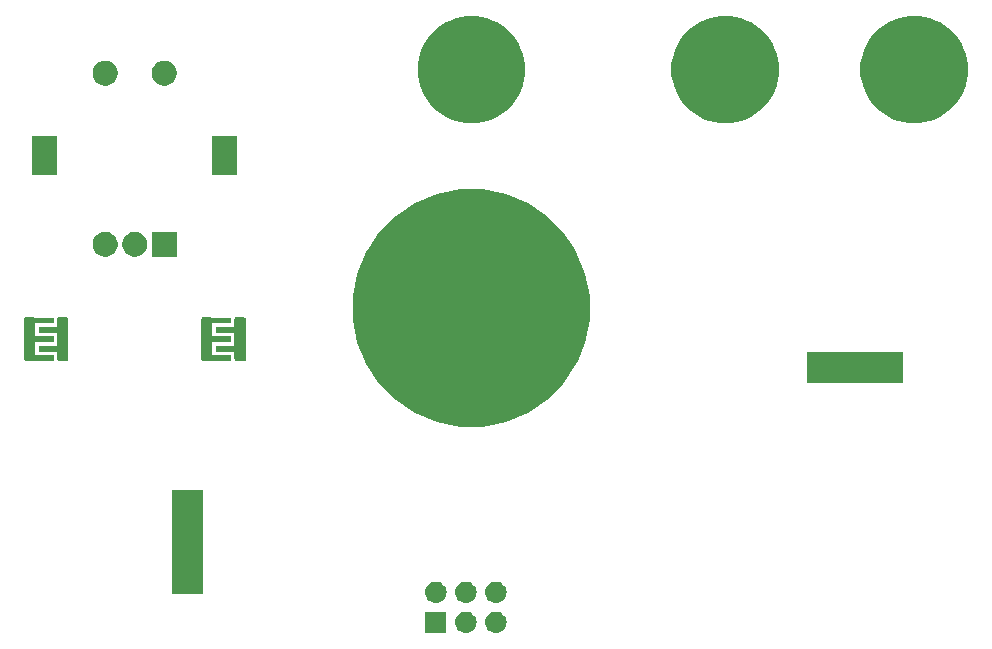
<source format=gbr>
G04 #@! TF.GenerationSoftware,KiCad,Pcbnew,5.1.2+dfsg1-1*
G04 #@! TF.CreationDate,2019-07-24T11:20:43+08:00*
G04 #@! TF.ProjectId,Power_Source,506f7765-725f-4536-9f75-7263652e6b69,rev?*
G04 #@! TF.SameCoordinates,Original*
G04 #@! TF.FileFunction,Soldermask,Bot*
G04 #@! TF.FilePolarity,Negative*
%FSLAX46Y46*%
G04 Gerber Fmt 4.6, Leading zero omitted, Abs format (unit mm)*
G04 Created by KiCad (PCBNEW 5.1.2+dfsg1-1) date 2019-07-24 11:20:43*
%MOMM*%
%LPD*%
G04 APERTURE LIST*
%ADD10C,0.100000*%
G04 APERTURE END LIST*
D10*
G36*
X126880000Y-97060000D02*
G01*
X129280000Y-97060000D01*
X129280000Y-96660000D01*
X126880000Y-96660000D01*
X126880000Y-97060000D01*
G37*
X126880000Y-97060000D02*
X129280000Y-97060000D01*
X129280000Y-96660000D01*
X126880000Y-96660000D01*
X126880000Y-97060000D01*
G36*
X128080000Y-97860000D02*
G01*
X130480000Y-97860000D01*
X130480000Y-97460000D01*
X128080000Y-97460000D01*
X128080000Y-97860000D01*
G37*
X128080000Y-97860000D02*
X130480000Y-97860000D01*
X130480000Y-97460000D01*
X128080000Y-97460000D01*
X128080000Y-97860000D01*
G36*
X126880000Y-98660000D02*
G01*
X129280000Y-98660000D01*
X129280000Y-98260000D01*
X126880000Y-98260000D01*
X126880000Y-98660000D01*
G37*
X126880000Y-98660000D02*
X129280000Y-98660000D01*
X129280000Y-98260000D01*
X126880000Y-98260000D01*
X126880000Y-98660000D01*
G36*
X128080000Y-99460000D02*
G01*
X130480000Y-99460000D01*
X130480000Y-99060000D01*
X128080000Y-99060000D01*
X128080000Y-99460000D01*
G37*
X128080000Y-99460000D02*
X130480000Y-99460000D01*
X130480000Y-99060000D01*
X128080000Y-99060000D01*
X128080000Y-99460000D01*
G36*
X126880000Y-100260000D02*
G01*
X129280000Y-100260000D01*
X129280000Y-99860000D01*
X126880000Y-99860000D01*
X126880000Y-100260000D01*
G37*
X126880000Y-100260000D02*
X129280000Y-100260000D01*
X129280000Y-99860000D01*
X126880000Y-99860000D01*
X126880000Y-100260000D01*
G36*
X130480000Y-100260000D02*
G01*
X130480000Y-96660000D01*
X129680000Y-96660000D01*
X129680000Y-100260000D01*
X130480000Y-100260000D01*
G37*
X130480000Y-100260000D02*
X130480000Y-96660000D01*
X129680000Y-96660000D01*
X129680000Y-100260000D01*
X130480000Y-100260000D01*
G36*
X126880000Y-100260000D02*
G01*
X126880000Y-96660000D01*
X127680000Y-96660000D01*
X127680000Y-100260000D01*
X126880000Y-100260000D01*
G37*
X126880000Y-100260000D02*
X126880000Y-96660000D01*
X127680000Y-96660000D01*
X127680000Y-100260000D01*
X126880000Y-100260000D01*
G36*
X111880000Y-97060000D02*
G01*
X114280000Y-97060000D01*
X114280000Y-96660000D01*
X111880000Y-96660000D01*
X111880000Y-97060000D01*
G37*
X111880000Y-97060000D02*
X114280000Y-97060000D01*
X114280000Y-96660000D01*
X111880000Y-96660000D01*
X111880000Y-97060000D01*
G36*
X113080000Y-97860000D02*
G01*
X115480000Y-97860000D01*
X115480000Y-97460000D01*
X113080000Y-97460000D01*
X113080000Y-97860000D01*
G37*
X113080000Y-97860000D02*
X115480000Y-97860000D01*
X115480000Y-97460000D01*
X113080000Y-97460000D01*
X113080000Y-97860000D01*
G36*
X111880000Y-98660000D02*
G01*
X114280000Y-98660000D01*
X114280000Y-98260000D01*
X111880000Y-98260000D01*
X111880000Y-98660000D01*
G37*
X111880000Y-98660000D02*
X114280000Y-98660000D01*
X114280000Y-98260000D01*
X111880000Y-98260000D01*
X111880000Y-98660000D01*
G36*
X113080000Y-99460000D02*
G01*
X115480000Y-99460000D01*
X115480000Y-99060000D01*
X113080000Y-99060000D01*
X113080000Y-99460000D01*
G37*
X113080000Y-99460000D02*
X115480000Y-99460000D01*
X115480000Y-99060000D01*
X113080000Y-99060000D01*
X113080000Y-99460000D01*
G36*
X111880000Y-100260000D02*
G01*
X114280000Y-100260000D01*
X114280000Y-99860000D01*
X111880000Y-99860000D01*
X111880000Y-100260000D01*
G37*
X111880000Y-100260000D02*
X114280000Y-100260000D01*
X114280000Y-99860000D01*
X111880000Y-99860000D01*
X111880000Y-100260000D01*
G36*
X115480000Y-100260000D02*
G01*
X115480000Y-96660000D01*
X114680000Y-96660000D01*
X114680000Y-100260000D01*
X115480000Y-100260000D01*
G37*
X115480000Y-100260000D02*
X115480000Y-96660000D01*
X114680000Y-96660000D01*
X114680000Y-100260000D01*
X115480000Y-100260000D01*
G36*
X111880000Y-100260000D02*
G01*
X111880000Y-96660000D01*
X112680000Y-96660000D01*
X112680000Y-100260000D01*
X111880000Y-100260000D01*
G37*
X111880000Y-100260000D02*
X111880000Y-96660000D01*
X112680000Y-96660000D01*
X112680000Y-100260000D01*
X111880000Y-100260000D01*
G36*
X147581000Y-123361000D02*
G01*
X145779000Y-123361000D01*
X145779000Y-121559000D01*
X147581000Y-121559000D01*
X147581000Y-123361000D01*
X147581000Y-123361000D01*
G37*
G36*
X151870442Y-121565518D02*
G01*
X151936627Y-121572037D01*
X152106466Y-121623557D01*
X152262991Y-121707222D01*
X152298729Y-121736552D01*
X152400186Y-121819814D01*
X152483448Y-121921271D01*
X152512778Y-121957009D01*
X152596443Y-122113534D01*
X152647963Y-122283373D01*
X152665359Y-122460000D01*
X152647963Y-122636627D01*
X152596443Y-122806466D01*
X152512778Y-122962991D01*
X152483448Y-122998729D01*
X152400186Y-123100186D01*
X152298729Y-123183448D01*
X152262991Y-123212778D01*
X152106466Y-123296443D01*
X151936627Y-123347963D01*
X151870443Y-123354481D01*
X151804260Y-123361000D01*
X151715740Y-123361000D01*
X151649557Y-123354481D01*
X151583373Y-123347963D01*
X151413534Y-123296443D01*
X151257009Y-123212778D01*
X151221271Y-123183448D01*
X151119814Y-123100186D01*
X151036552Y-122998729D01*
X151007222Y-122962991D01*
X150923557Y-122806466D01*
X150872037Y-122636627D01*
X150854641Y-122460000D01*
X150872037Y-122283373D01*
X150923557Y-122113534D01*
X151007222Y-121957009D01*
X151036552Y-121921271D01*
X151119814Y-121819814D01*
X151221271Y-121736552D01*
X151257009Y-121707222D01*
X151413534Y-121623557D01*
X151583373Y-121572037D01*
X151649558Y-121565518D01*
X151715740Y-121559000D01*
X151804260Y-121559000D01*
X151870442Y-121565518D01*
X151870442Y-121565518D01*
G37*
G36*
X149330442Y-121565518D02*
G01*
X149396627Y-121572037D01*
X149566466Y-121623557D01*
X149722991Y-121707222D01*
X149758729Y-121736552D01*
X149860186Y-121819814D01*
X149943448Y-121921271D01*
X149972778Y-121957009D01*
X150056443Y-122113534D01*
X150107963Y-122283373D01*
X150125359Y-122460000D01*
X150107963Y-122636627D01*
X150056443Y-122806466D01*
X149972778Y-122962991D01*
X149943448Y-122998729D01*
X149860186Y-123100186D01*
X149758729Y-123183448D01*
X149722991Y-123212778D01*
X149566466Y-123296443D01*
X149396627Y-123347963D01*
X149330443Y-123354481D01*
X149264260Y-123361000D01*
X149175740Y-123361000D01*
X149109557Y-123354481D01*
X149043373Y-123347963D01*
X148873534Y-123296443D01*
X148717009Y-123212778D01*
X148681271Y-123183448D01*
X148579814Y-123100186D01*
X148496552Y-122998729D01*
X148467222Y-122962991D01*
X148383557Y-122806466D01*
X148332037Y-122636627D01*
X148314641Y-122460000D01*
X148332037Y-122283373D01*
X148383557Y-122113534D01*
X148467222Y-121957009D01*
X148496552Y-121921271D01*
X148579814Y-121819814D01*
X148681271Y-121736552D01*
X148717009Y-121707222D01*
X148873534Y-121623557D01*
X149043373Y-121572037D01*
X149109558Y-121565518D01*
X149175740Y-121559000D01*
X149264260Y-121559000D01*
X149330442Y-121565518D01*
X149330442Y-121565518D01*
G37*
G36*
X151870442Y-119025518D02*
G01*
X151936627Y-119032037D01*
X152106466Y-119083557D01*
X152262991Y-119167222D01*
X152298729Y-119196552D01*
X152400186Y-119279814D01*
X152483448Y-119381271D01*
X152512778Y-119417009D01*
X152596443Y-119573534D01*
X152647963Y-119743373D01*
X152665359Y-119920000D01*
X152647963Y-120096627D01*
X152596443Y-120266466D01*
X152512778Y-120422991D01*
X152483448Y-120458729D01*
X152400186Y-120560186D01*
X152298729Y-120643448D01*
X152262991Y-120672778D01*
X152106466Y-120756443D01*
X151936627Y-120807963D01*
X151870442Y-120814482D01*
X151804260Y-120821000D01*
X151715740Y-120821000D01*
X151649558Y-120814482D01*
X151583373Y-120807963D01*
X151413534Y-120756443D01*
X151257009Y-120672778D01*
X151221271Y-120643448D01*
X151119814Y-120560186D01*
X151036552Y-120458729D01*
X151007222Y-120422991D01*
X150923557Y-120266466D01*
X150872037Y-120096627D01*
X150854641Y-119920000D01*
X150872037Y-119743373D01*
X150923557Y-119573534D01*
X151007222Y-119417009D01*
X151036552Y-119381271D01*
X151119814Y-119279814D01*
X151221271Y-119196552D01*
X151257009Y-119167222D01*
X151413534Y-119083557D01*
X151583373Y-119032037D01*
X151649558Y-119025518D01*
X151715740Y-119019000D01*
X151804260Y-119019000D01*
X151870442Y-119025518D01*
X151870442Y-119025518D01*
G37*
G36*
X149330442Y-119025518D02*
G01*
X149396627Y-119032037D01*
X149566466Y-119083557D01*
X149722991Y-119167222D01*
X149758729Y-119196552D01*
X149860186Y-119279814D01*
X149943448Y-119381271D01*
X149972778Y-119417009D01*
X150056443Y-119573534D01*
X150107963Y-119743373D01*
X150125359Y-119920000D01*
X150107963Y-120096627D01*
X150056443Y-120266466D01*
X149972778Y-120422991D01*
X149943448Y-120458729D01*
X149860186Y-120560186D01*
X149758729Y-120643448D01*
X149722991Y-120672778D01*
X149566466Y-120756443D01*
X149396627Y-120807963D01*
X149330442Y-120814482D01*
X149264260Y-120821000D01*
X149175740Y-120821000D01*
X149109558Y-120814482D01*
X149043373Y-120807963D01*
X148873534Y-120756443D01*
X148717009Y-120672778D01*
X148681271Y-120643448D01*
X148579814Y-120560186D01*
X148496552Y-120458729D01*
X148467222Y-120422991D01*
X148383557Y-120266466D01*
X148332037Y-120096627D01*
X148314641Y-119920000D01*
X148332037Y-119743373D01*
X148383557Y-119573534D01*
X148467222Y-119417009D01*
X148496552Y-119381271D01*
X148579814Y-119279814D01*
X148681271Y-119196552D01*
X148717009Y-119167222D01*
X148873534Y-119083557D01*
X149043373Y-119032037D01*
X149109558Y-119025518D01*
X149175740Y-119019000D01*
X149264260Y-119019000D01*
X149330442Y-119025518D01*
X149330442Y-119025518D01*
G37*
G36*
X146790442Y-119025518D02*
G01*
X146856627Y-119032037D01*
X147026466Y-119083557D01*
X147182991Y-119167222D01*
X147218729Y-119196552D01*
X147320186Y-119279814D01*
X147403448Y-119381271D01*
X147432778Y-119417009D01*
X147516443Y-119573534D01*
X147567963Y-119743373D01*
X147585359Y-119920000D01*
X147567963Y-120096627D01*
X147516443Y-120266466D01*
X147432778Y-120422991D01*
X147403448Y-120458729D01*
X147320186Y-120560186D01*
X147218729Y-120643448D01*
X147182991Y-120672778D01*
X147026466Y-120756443D01*
X146856627Y-120807963D01*
X146790442Y-120814482D01*
X146724260Y-120821000D01*
X146635740Y-120821000D01*
X146569558Y-120814482D01*
X146503373Y-120807963D01*
X146333534Y-120756443D01*
X146177009Y-120672778D01*
X146141271Y-120643448D01*
X146039814Y-120560186D01*
X145956552Y-120458729D01*
X145927222Y-120422991D01*
X145843557Y-120266466D01*
X145792037Y-120096627D01*
X145774641Y-119920000D01*
X145792037Y-119743373D01*
X145843557Y-119573534D01*
X145927222Y-119417009D01*
X145956552Y-119381271D01*
X146039814Y-119279814D01*
X146141271Y-119196552D01*
X146177009Y-119167222D01*
X146333534Y-119083557D01*
X146503373Y-119032037D01*
X146569558Y-119025518D01*
X146635740Y-119019000D01*
X146724260Y-119019000D01*
X146790442Y-119025518D01*
X146790442Y-119025518D01*
G37*
G36*
X126932000Y-120094600D02*
G01*
X124330000Y-120094600D01*
X124330000Y-111242600D01*
X126932000Y-111242600D01*
X126932000Y-120094600D01*
X126932000Y-120094600D01*
G37*
G36*
X152611767Y-86195254D02*
G01*
X154440932Y-86952919D01*
X154440934Y-86952920D01*
X156087139Y-88052879D01*
X157487121Y-89452861D01*
X158364909Y-90766564D01*
X158587081Y-91099068D01*
X159344746Y-92928233D01*
X159731000Y-94870062D01*
X159731000Y-96849938D01*
X159344746Y-98791767D01*
X158717254Y-100306667D01*
X158587080Y-100620934D01*
X157487121Y-102267139D01*
X156087139Y-103667121D01*
X154440934Y-104767080D01*
X154440933Y-104767081D01*
X154440932Y-104767081D01*
X152611767Y-105524746D01*
X150669938Y-105911000D01*
X148690062Y-105911000D01*
X146748233Y-105524746D01*
X144919068Y-104767081D01*
X144919067Y-104767081D01*
X144919066Y-104767080D01*
X143272861Y-103667121D01*
X141872879Y-102267139D01*
X140772920Y-100620934D01*
X140642746Y-100306667D01*
X140015254Y-98791767D01*
X139629000Y-96849938D01*
X139629000Y-94870062D01*
X140015254Y-92928233D01*
X140772919Y-91099068D01*
X140995091Y-90766564D01*
X141872879Y-89452861D01*
X143272861Y-88052879D01*
X144919066Y-86952920D01*
X144919068Y-86952919D01*
X146748233Y-86195254D01*
X148690062Y-85809000D01*
X150669938Y-85809000D01*
X152611767Y-86195254D01*
X152611767Y-86195254D01*
G37*
G36*
X186233400Y-102158400D02*
G01*
X178081400Y-102158400D01*
X178081400Y-99556400D01*
X186233400Y-99556400D01*
X186233400Y-102158400D01*
X186233400Y-102158400D01*
G37*
G36*
X127599683Y-96612725D02*
G01*
X127630143Y-96621966D01*
X127658223Y-96636974D01*
X127682831Y-96657169D01*
X127703026Y-96681777D01*
X127718034Y-96709857D01*
X127727275Y-96740317D01*
X127731000Y-96778140D01*
X127731000Y-100141860D01*
X127727275Y-100179683D01*
X127718034Y-100210143D01*
X127703026Y-100238223D01*
X127682831Y-100262831D01*
X127658223Y-100283026D01*
X127630143Y-100298034D01*
X127599683Y-100307275D01*
X127561860Y-100311000D01*
X126998140Y-100311000D01*
X126960317Y-100307275D01*
X126929857Y-100298034D01*
X126901777Y-100283026D01*
X126877169Y-100262831D01*
X126856974Y-100238223D01*
X126841966Y-100210143D01*
X126832725Y-100179683D01*
X126829000Y-100141860D01*
X126829000Y-96778140D01*
X126832725Y-96740317D01*
X126841966Y-96709857D01*
X126856974Y-96681777D01*
X126877169Y-96657169D01*
X126901777Y-96636974D01*
X126929857Y-96621966D01*
X126960317Y-96612725D01*
X126998140Y-96609000D01*
X127561860Y-96609000D01*
X127599683Y-96612725D01*
X127599683Y-96612725D01*
G37*
G36*
X130399683Y-96612725D02*
G01*
X130430143Y-96621966D01*
X130458223Y-96636974D01*
X130482831Y-96657169D01*
X130503026Y-96681777D01*
X130518034Y-96709857D01*
X130527275Y-96740317D01*
X130531000Y-96778140D01*
X130531000Y-100141860D01*
X130527275Y-100179683D01*
X130518034Y-100210143D01*
X130503026Y-100238223D01*
X130482831Y-100262831D01*
X130458223Y-100283026D01*
X130430143Y-100298034D01*
X130399683Y-100307275D01*
X130361860Y-100311000D01*
X129798140Y-100311000D01*
X129760317Y-100307275D01*
X129729857Y-100298034D01*
X129701777Y-100283026D01*
X129677169Y-100262831D01*
X129656974Y-100238223D01*
X129641966Y-100210143D01*
X129632725Y-100179683D01*
X129629000Y-100141860D01*
X129629000Y-96778140D01*
X129632725Y-96740317D01*
X129641966Y-96709857D01*
X129656974Y-96681777D01*
X129677169Y-96657169D01*
X129701777Y-96636974D01*
X129729857Y-96621966D01*
X129760317Y-96612725D01*
X129798140Y-96609000D01*
X130361860Y-96609000D01*
X130399683Y-96612725D01*
X130399683Y-96612725D01*
G37*
G36*
X115399683Y-96612725D02*
G01*
X115430143Y-96621966D01*
X115458223Y-96636974D01*
X115482831Y-96657169D01*
X115503026Y-96681777D01*
X115518034Y-96709857D01*
X115527275Y-96740317D01*
X115531000Y-96778140D01*
X115531000Y-100141860D01*
X115527275Y-100179683D01*
X115518034Y-100210143D01*
X115503026Y-100238223D01*
X115482831Y-100262831D01*
X115458223Y-100283026D01*
X115430143Y-100298034D01*
X115399683Y-100307275D01*
X115361860Y-100311000D01*
X114798140Y-100311000D01*
X114760317Y-100307275D01*
X114729857Y-100298034D01*
X114701777Y-100283026D01*
X114677169Y-100262831D01*
X114656974Y-100238223D01*
X114641966Y-100210143D01*
X114632725Y-100179683D01*
X114629000Y-100141860D01*
X114629000Y-96778140D01*
X114632725Y-96740317D01*
X114641966Y-96709857D01*
X114656974Y-96681777D01*
X114677169Y-96657169D01*
X114701777Y-96636974D01*
X114729857Y-96621966D01*
X114760317Y-96612725D01*
X114798140Y-96609000D01*
X115361860Y-96609000D01*
X115399683Y-96612725D01*
X115399683Y-96612725D01*
G37*
G36*
X112599683Y-96612725D02*
G01*
X112630143Y-96621966D01*
X112658223Y-96636974D01*
X112682831Y-96657169D01*
X112703026Y-96681777D01*
X112718034Y-96709857D01*
X112727275Y-96740317D01*
X112731000Y-96778140D01*
X112731000Y-100141860D01*
X112727275Y-100179683D01*
X112718034Y-100210143D01*
X112703026Y-100238223D01*
X112682831Y-100262831D01*
X112658223Y-100283026D01*
X112630143Y-100298034D01*
X112599683Y-100307275D01*
X112561860Y-100311000D01*
X111998140Y-100311000D01*
X111960317Y-100307275D01*
X111929857Y-100298034D01*
X111901777Y-100283026D01*
X111877169Y-100262831D01*
X111856974Y-100238223D01*
X111841966Y-100210143D01*
X111832725Y-100179683D01*
X111829000Y-100141860D01*
X111829000Y-96778140D01*
X111832725Y-96740317D01*
X111841966Y-96709857D01*
X111856974Y-96681777D01*
X111877169Y-96657169D01*
X111901777Y-96636974D01*
X111929857Y-96621966D01*
X111960317Y-96612725D01*
X111998140Y-96609000D01*
X112561860Y-96609000D01*
X112599683Y-96612725D01*
X112599683Y-96612725D01*
G37*
G36*
X121486564Y-89449389D02*
G01*
X121677833Y-89528615D01*
X121677835Y-89528616D01*
X121849973Y-89643635D01*
X121996365Y-89790027D01*
X122111385Y-89962167D01*
X122190611Y-90153436D01*
X122231000Y-90356484D01*
X122231000Y-90563516D01*
X122190611Y-90766564D01*
X122111385Y-90957833D01*
X122111384Y-90957835D01*
X121996365Y-91129973D01*
X121849973Y-91276365D01*
X121677835Y-91391384D01*
X121677834Y-91391385D01*
X121677833Y-91391385D01*
X121486564Y-91470611D01*
X121283516Y-91511000D01*
X121076484Y-91511000D01*
X120873436Y-91470611D01*
X120682167Y-91391385D01*
X120682166Y-91391385D01*
X120682165Y-91391384D01*
X120510027Y-91276365D01*
X120363635Y-91129973D01*
X120248616Y-90957835D01*
X120248615Y-90957833D01*
X120169389Y-90766564D01*
X120129000Y-90563516D01*
X120129000Y-90356484D01*
X120169389Y-90153436D01*
X120248615Y-89962167D01*
X120363635Y-89790027D01*
X120510027Y-89643635D01*
X120682165Y-89528616D01*
X120682167Y-89528615D01*
X120873436Y-89449389D01*
X121076484Y-89409000D01*
X121283516Y-89409000D01*
X121486564Y-89449389D01*
X121486564Y-89449389D01*
G37*
G36*
X124731000Y-91511000D02*
G01*
X122629000Y-91511000D01*
X122629000Y-89409000D01*
X124731000Y-89409000D01*
X124731000Y-91511000D01*
X124731000Y-91511000D01*
G37*
G36*
X118986564Y-89449389D02*
G01*
X119177833Y-89528615D01*
X119177835Y-89528616D01*
X119349973Y-89643635D01*
X119496365Y-89790027D01*
X119611385Y-89962167D01*
X119690611Y-90153436D01*
X119731000Y-90356484D01*
X119731000Y-90563516D01*
X119690611Y-90766564D01*
X119611385Y-90957833D01*
X119611384Y-90957835D01*
X119496365Y-91129973D01*
X119349973Y-91276365D01*
X119177835Y-91391384D01*
X119177834Y-91391385D01*
X119177833Y-91391385D01*
X118986564Y-91470611D01*
X118783516Y-91511000D01*
X118576484Y-91511000D01*
X118373436Y-91470611D01*
X118182167Y-91391385D01*
X118182166Y-91391385D01*
X118182165Y-91391384D01*
X118010027Y-91276365D01*
X117863635Y-91129973D01*
X117748616Y-90957835D01*
X117748615Y-90957833D01*
X117669389Y-90766564D01*
X117629000Y-90563516D01*
X117629000Y-90356484D01*
X117669389Y-90153436D01*
X117748615Y-89962167D01*
X117863635Y-89790027D01*
X118010027Y-89643635D01*
X118182165Y-89528616D01*
X118182167Y-89528615D01*
X118373436Y-89449389D01*
X118576484Y-89409000D01*
X118783516Y-89409000D01*
X118986564Y-89449389D01*
X118986564Y-89449389D01*
G37*
G36*
X129831000Y-84611000D02*
G01*
X127729000Y-84611000D01*
X127729000Y-81309000D01*
X129831000Y-81309000D01*
X129831000Y-84611000D01*
X129831000Y-84611000D01*
G37*
G36*
X114631000Y-84611000D02*
G01*
X112529000Y-84611000D01*
X112529000Y-81309000D01*
X114631000Y-81309000D01*
X114631000Y-84611000D01*
X114631000Y-84611000D01*
G37*
G36*
X172507477Y-71283892D02*
G01*
X172850541Y-71425994D01*
X173335707Y-71626956D01*
X174081093Y-72125008D01*
X174714992Y-72758907D01*
X175213044Y-73504293D01*
X175414006Y-73989459D01*
X175556108Y-74332523D01*
X175731000Y-75211764D01*
X175731000Y-76108236D01*
X175556108Y-76987477D01*
X175546364Y-77011000D01*
X175213044Y-77815707D01*
X174714992Y-78561093D01*
X174081093Y-79194992D01*
X173335707Y-79693044D01*
X172850541Y-79894006D01*
X172507477Y-80036108D01*
X171628236Y-80211000D01*
X170731764Y-80211000D01*
X169852523Y-80036108D01*
X169509459Y-79894006D01*
X169024293Y-79693044D01*
X168278907Y-79194992D01*
X167645008Y-78561093D01*
X167146956Y-77815707D01*
X166813636Y-77011000D01*
X166803892Y-76987477D01*
X166629000Y-76108236D01*
X166629000Y-75211764D01*
X166803892Y-74332523D01*
X166945994Y-73989459D01*
X167146956Y-73504293D01*
X167645008Y-72758907D01*
X168278907Y-72125008D01*
X169024293Y-71626956D01*
X169509459Y-71425994D01*
X169852523Y-71283892D01*
X170731764Y-71109000D01*
X171628236Y-71109000D01*
X172507477Y-71283892D01*
X172507477Y-71283892D01*
G37*
G36*
X188507477Y-71283892D02*
G01*
X188850541Y-71425994D01*
X189335707Y-71626956D01*
X190081093Y-72125008D01*
X190714992Y-72758907D01*
X191213044Y-73504293D01*
X191414006Y-73989459D01*
X191556108Y-74332523D01*
X191731000Y-75211764D01*
X191731000Y-76108236D01*
X191556108Y-76987477D01*
X191546364Y-77011000D01*
X191213044Y-77815707D01*
X190714992Y-78561093D01*
X190081093Y-79194992D01*
X189335707Y-79693044D01*
X188850541Y-79894006D01*
X188507477Y-80036108D01*
X187628236Y-80211000D01*
X186731764Y-80211000D01*
X185852523Y-80036108D01*
X185509459Y-79894006D01*
X185024293Y-79693044D01*
X184278907Y-79194992D01*
X183645008Y-78561093D01*
X183146956Y-77815707D01*
X182813636Y-77011000D01*
X182803892Y-76987477D01*
X182629000Y-76108236D01*
X182629000Y-75211764D01*
X182803892Y-74332523D01*
X182945994Y-73989459D01*
X183146956Y-73504293D01*
X183645008Y-72758907D01*
X184278907Y-72125008D01*
X185024293Y-71626956D01*
X185509459Y-71425994D01*
X185852523Y-71283892D01*
X186731764Y-71109000D01*
X187628236Y-71109000D01*
X188507477Y-71283892D01*
X188507477Y-71283892D01*
G37*
G36*
X151007477Y-71283892D02*
G01*
X151350541Y-71425994D01*
X151835707Y-71626956D01*
X152581093Y-72125008D01*
X153214992Y-72758907D01*
X153713044Y-73504293D01*
X153914006Y-73989459D01*
X154056108Y-74332523D01*
X154231000Y-75211764D01*
X154231000Y-76108236D01*
X154056108Y-76987477D01*
X154046364Y-77011000D01*
X153713044Y-77815707D01*
X153214992Y-78561093D01*
X152581093Y-79194992D01*
X151835707Y-79693044D01*
X151350541Y-79894006D01*
X151007477Y-80036108D01*
X150128236Y-80211000D01*
X149231764Y-80211000D01*
X148352523Y-80036108D01*
X148009459Y-79894006D01*
X147524293Y-79693044D01*
X146778907Y-79194992D01*
X146145008Y-78561093D01*
X145646956Y-77815707D01*
X145313636Y-77011000D01*
X145303892Y-76987477D01*
X145129000Y-76108236D01*
X145129000Y-75211764D01*
X145303892Y-74332523D01*
X145445994Y-73989459D01*
X145646956Y-73504293D01*
X146145008Y-72758907D01*
X146778907Y-72125008D01*
X147524293Y-71626956D01*
X148009459Y-71425994D01*
X148352523Y-71283892D01*
X149231764Y-71109000D01*
X150128236Y-71109000D01*
X151007477Y-71283892D01*
X151007477Y-71283892D01*
G37*
G36*
X123986564Y-74949389D02*
G01*
X124177833Y-75028615D01*
X124177835Y-75028616D01*
X124349973Y-75143635D01*
X124496365Y-75290027D01*
X124611385Y-75462167D01*
X124690611Y-75653436D01*
X124731000Y-75856484D01*
X124731000Y-76063516D01*
X124690611Y-76266564D01*
X124611385Y-76457833D01*
X124611384Y-76457835D01*
X124496365Y-76629973D01*
X124349973Y-76776365D01*
X124177835Y-76891384D01*
X124177834Y-76891385D01*
X124177833Y-76891385D01*
X123986564Y-76970611D01*
X123783516Y-77011000D01*
X123576484Y-77011000D01*
X123373436Y-76970611D01*
X123182167Y-76891385D01*
X123182166Y-76891385D01*
X123182165Y-76891384D01*
X123010027Y-76776365D01*
X122863635Y-76629973D01*
X122748616Y-76457835D01*
X122748615Y-76457833D01*
X122669389Y-76266564D01*
X122629000Y-76063516D01*
X122629000Y-75856484D01*
X122669389Y-75653436D01*
X122748615Y-75462167D01*
X122863635Y-75290027D01*
X123010027Y-75143635D01*
X123182165Y-75028616D01*
X123182167Y-75028615D01*
X123373436Y-74949389D01*
X123576484Y-74909000D01*
X123783516Y-74909000D01*
X123986564Y-74949389D01*
X123986564Y-74949389D01*
G37*
G36*
X118986564Y-74949389D02*
G01*
X119177833Y-75028615D01*
X119177835Y-75028616D01*
X119349973Y-75143635D01*
X119496365Y-75290027D01*
X119611385Y-75462167D01*
X119690611Y-75653436D01*
X119731000Y-75856484D01*
X119731000Y-76063516D01*
X119690611Y-76266564D01*
X119611385Y-76457833D01*
X119611384Y-76457835D01*
X119496365Y-76629973D01*
X119349973Y-76776365D01*
X119177835Y-76891384D01*
X119177834Y-76891385D01*
X119177833Y-76891385D01*
X118986564Y-76970611D01*
X118783516Y-77011000D01*
X118576484Y-77011000D01*
X118373436Y-76970611D01*
X118182167Y-76891385D01*
X118182166Y-76891385D01*
X118182165Y-76891384D01*
X118010027Y-76776365D01*
X117863635Y-76629973D01*
X117748616Y-76457835D01*
X117748615Y-76457833D01*
X117669389Y-76266564D01*
X117629000Y-76063516D01*
X117629000Y-75856484D01*
X117669389Y-75653436D01*
X117748615Y-75462167D01*
X117863635Y-75290027D01*
X118010027Y-75143635D01*
X118182165Y-75028616D01*
X118182167Y-75028615D01*
X118373436Y-74949389D01*
X118576484Y-74909000D01*
X118783516Y-74909000D01*
X118986564Y-74949389D01*
X118986564Y-74949389D01*
G37*
M02*

</source>
